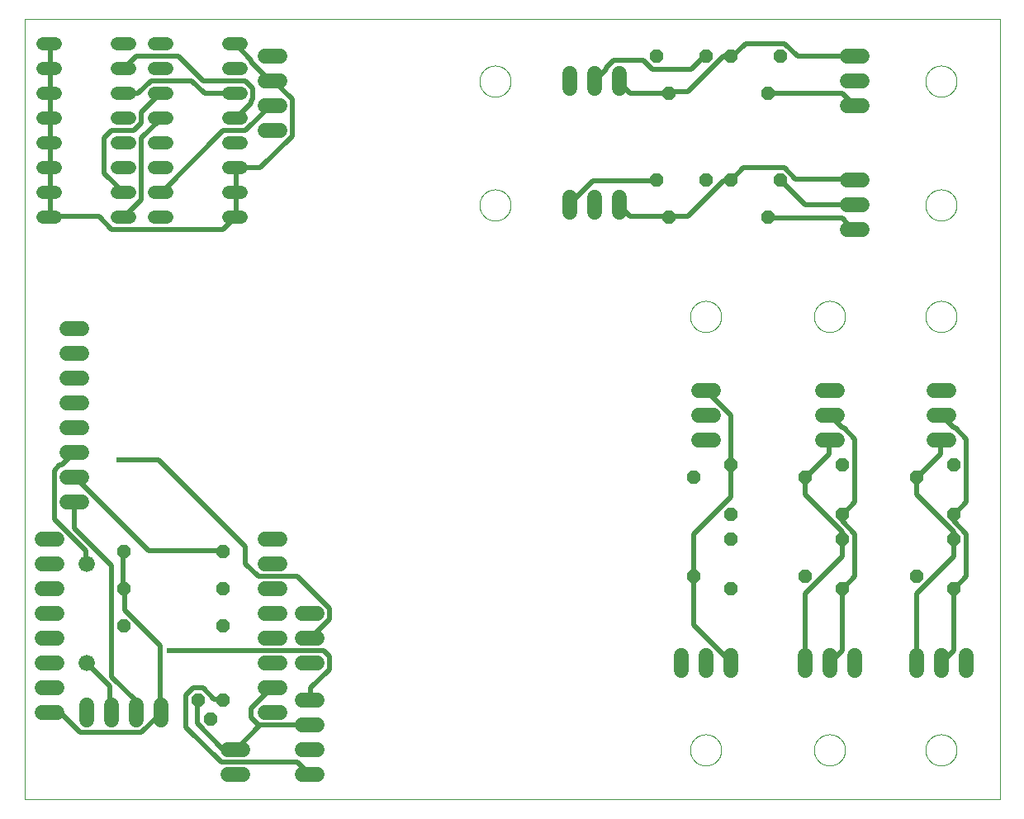
<source format=gtl>
G75*
%MOIN*%
%OFA0B0*%
%FSLAX25Y25*%
%IPPOS*%
%LPD*%
%AMOC8*
5,1,8,0,0,1.08239X$1,22.5*
%
%ADD10C,0.00000*%
%ADD11C,0.06000*%
%ADD12C,0.06600*%
%ADD13OC8,0.05200*%
%ADD14C,0.05200*%
%ADD15C,0.02000*%
%ADD16C,0.02381*%
D10*
X0002600Y0002600D02*
X0002600Y0317561D01*
X0396301Y0317561D01*
X0396301Y0002600D01*
X0002600Y0002600D01*
X0271301Y0022600D02*
X0271303Y0022758D01*
X0271309Y0022916D01*
X0271319Y0023074D01*
X0271333Y0023232D01*
X0271351Y0023389D01*
X0271372Y0023546D01*
X0271398Y0023702D01*
X0271428Y0023858D01*
X0271461Y0024013D01*
X0271499Y0024166D01*
X0271540Y0024319D01*
X0271585Y0024471D01*
X0271634Y0024622D01*
X0271687Y0024771D01*
X0271743Y0024919D01*
X0271803Y0025065D01*
X0271867Y0025210D01*
X0271935Y0025353D01*
X0272006Y0025495D01*
X0272080Y0025635D01*
X0272158Y0025772D01*
X0272240Y0025908D01*
X0272324Y0026042D01*
X0272413Y0026173D01*
X0272504Y0026302D01*
X0272599Y0026429D01*
X0272696Y0026554D01*
X0272797Y0026676D01*
X0272901Y0026795D01*
X0273008Y0026912D01*
X0273118Y0027026D01*
X0273231Y0027137D01*
X0273346Y0027246D01*
X0273464Y0027351D01*
X0273585Y0027453D01*
X0273708Y0027553D01*
X0273834Y0027649D01*
X0273962Y0027742D01*
X0274092Y0027832D01*
X0274225Y0027918D01*
X0274360Y0028002D01*
X0274496Y0028081D01*
X0274635Y0028158D01*
X0274776Y0028230D01*
X0274918Y0028300D01*
X0275062Y0028365D01*
X0275208Y0028427D01*
X0275355Y0028485D01*
X0275504Y0028540D01*
X0275654Y0028591D01*
X0275805Y0028638D01*
X0275957Y0028681D01*
X0276110Y0028720D01*
X0276265Y0028756D01*
X0276420Y0028787D01*
X0276576Y0028815D01*
X0276732Y0028839D01*
X0276889Y0028859D01*
X0277047Y0028875D01*
X0277204Y0028887D01*
X0277363Y0028895D01*
X0277521Y0028899D01*
X0277679Y0028899D01*
X0277837Y0028895D01*
X0277996Y0028887D01*
X0278153Y0028875D01*
X0278311Y0028859D01*
X0278468Y0028839D01*
X0278624Y0028815D01*
X0278780Y0028787D01*
X0278935Y0028756D01*
X0279090Y0028720D01*
X0279243Y0028681D01*
X0279395Y0028638D01*
X0279546Y0028591D01*
X0279696Y0028540D01*
X0279845Y0028485D01*
X0279992Y0028427D01*
X0280138Y0028365D01*
X0280282Y0028300D01*
X0280424Y0028230D01*
X0280565Y0028158D01*
X0280704Y0028081D01*
X0280840Y0028002D01*
X0280975Y0027918D01*
X0281108Y0027832D01*
X0281238Y0027742D01*
X0281366Y0027649D01*
X0281492Y0027553D01*
X0281615Y0027453D01*
X0281736Y0027351D01*
X0281854Y0027246D01*
X0281969Y0027137D01*
X0282082Y0027026D01*
X0282192Y0026912D01*
X0282299Y0026795D01*
X0282403Y0026676D01*
X0282504Y0026554D01*
X0282601Y0026429D01*
X0282696Y0026302D01*
X0282787Y0026173D01*
X0282876Y0026042D01*
X0282960Y0025908D01*
X0283042Y0025772D01*
X0283120Y0025635D01*
X0283194Y0025495D01*
X0283265Y0025353D01*
X0283333Y0025210D01*
X0283397Y0025065D01*
X0283457Y0024919D01*
X0283513Y0024771D01*
X0283566Y0024622D01*
X0283615Y0024471D01*
X0283660Y0024319D01*
X0283701Y0024166D01*
X0283739Y0024013D01*
X0283772Y0023858D01*
X0283802Y0023702D01*
X0283828Y0023546D01*
X0283849Y0023389D01*
X0283867Y0023232D01*
X0283881Y0023074D01*
X0283891Y0022916D01*
X0283897Y0022758D01*
X0283899Y0022600D01*
X0283897Y0022442D01*
X0283891Y0022284D01*
X0283881Y0022126D01*
X0283867Y0021968D01*
X0283849Y0021811D01*
X0283828Y0021654D01*
X0283802Y0021498D01*
X0283772Y0021342D01*
X0283739Y0021187D01*
X0283701Y0021034D01*
X0283660Y0020881D01*
X0283615Y0020729D01*
X0283566Y0020578D01*
X0283513Y0020429D01*
X0283457Y0020281D01*
X0283397Y0020135D01*
X0283333Y0019990D01*
X0283265Y0019847D01*
X0283194Y0019705D01*
X0283120Y0019565D01*
X0283042Y0019428D01*
X0282960Y0019292D01*
X0282876Y0019158D01*
X0282787Y0019027D01*
X0282696Y0018898D01*
X0282601Y0018771D01*
X0282504Y0018646D01*
X0282403Y0018524D01*
X0282299Y0018405D01*
X0282192Y0018288D01*
X0282082Y0018174D01*
X0281969Y0018063D01*
X0281854Y0017954D01*
X0281736Y0017849D01*
X0281615Y0017747D01*
X0281492Y0017647D01*
X0281366Y0017551D01*
X0281238Y0017458D01*
X0281108Y0017368D01*
X0280975Y0017282D01*
X0280840Y0017198D01*
X0280704Y0017119D01*
X0280565Y0017042D01*
X0280424Y0016970D01*
X0280282Y0016900D01*
X0280138Y0016835D01*
X0279992Y0016773D01*
X0279845Y0016715D01*
X0279696Y0016660D01*
X0279546Y0016609D01*
X0279395Y0016562D01*
X0279243Y0016519D01*
X0279090Y0016480D01*
X0278935Y0016444D01*
X0278780Y0016413D01*
X0278624Y0016385D01*
X0278468Y0016361D01*
X0278311Y0016341D01*
X0278153Y0016325D01*
X0277996Y0016313D01*
X0277837Y0016305D01*
X0277679Y0016301D01*
X0277521Y0016301D01*
X0277363Y0016305D01*
X0277204Y0016313D01*
X0277047Y0016325D01*
X0276889Y0016341D01*
X0276732Y0016361D01*
X0276576Y0016385D01*
X0276420Y0016413D01*
X0276265Y0016444D01*
X0276110Y0016480D01*
X0275957Y0016519D01*
X0275805Y0016562D01*
X0275654Y0016609D01*
X0275504Y0016660D01*
X0275355Y0016715D01*
X0275208Y0016773D01*
X0275062Y0016835D01*
X0274918Y0016900D01*
X0274776Y0016970D01*
X0274635Y0017042D01*
X0274496Y0017119D01*
X0274360Y0017198D01*
X0274225Y0017282D01*
X0274092Y0017368D01*
X0273962Y0017458D01*
X0273834Y0017551D01*
X0273708Y0017647D01*
X0273585Y0017747D01*
X0273464Y0017849D01*
X0273346Y0017954D01*
X0273231Y0018063D01*
X0273118Y0018174D01*
X0273008Y0018288D01*
X0272901Y0018405D01*
X0272797Y0018524D01*
X0272696Y0018646D01*
X0272599Y0018771D01*
X0272504Y0018898D01*
X0272413Y0019027D01*
X0272324Y0019158D01*
X0272240Y0019292D01*
X0272158Y0019428D01*
X0272080Y0019565D01*
X0272006Y0019705D01*
X0271935Y0019847D01*
X0271867Y0019990D01*
X0271803Y0020135D01*
X0271743Y0020281D01*
X0271687Y0020429D01*
X0271634Y0020578D01*
X0271585Y0020729D01*
X0271540Y0020881D01*
X0271499Y0021034D01*
X0271461Y0021187D01*
X0271428Y0021342D01*
X0271398Y0021498D01*
X0271372Y0021654D01*
X0271351Y0021811D01*
X0271333Y0021968D01*
X0271319Y0022126D01*
X0271309Y0022284D01*
X0271303Y0022442D01*
X0271301Y0022600D01*
X0321301Y0022600D02*
X0321303Y0022758D01*
X0321309Y0022916D01*
X0321319Y0023074D01*
X0321333Y0023232D01*
X0321351Y0023389D01*
X0321372Y0023546D01*
X0321398Y0023702D01*
X0321428Y0023858D01*
X0321461Y0024013D01*
X0321499Y0024166D01*
X0321540Y0024319D01*
X0321585Y0024471D01*
X0321634Y0024622D01*
X0321687Y0024771D01*
X0321743Y0024919D01*
X0321803Y0025065D01*
X0321867Y0025210D01*
X0321935Y0025353D01*
X0322006Y0025495D01*
X0322080Y0025635D01*
X0322158Y0025772D01*
X0322240Y0025908D01*
X0322324Y0026042D01*
X0322413Y0026173D01*
X0322504Y0026302D01*
X0322599Y0026429D01*
X0322696Y0026554D01*
X0322797Y0026676D01*
X0322901Y0026795D01*
X0323008Y0026912D01*
X0323118Y0027026D01*
X0323231Y0027137D01*
X0323346Y0027246D01*
X0323464Y0027351D01*
X0323585Y0027453D01*
X0323708Y0027553D01*
X0323834Y0027649D01*
X0323962Y0027742D01*
X0324092Y0027832D01*
X0324225Y0027918D01*
X0324360Y0028002D01*
X0324496Y0028081D01*
X0324635Y0028158D01*
X0324776Y0028230D01*
X0324918Y0028300D01*
X0325062Y0028365D01*
X0325208Y0028427D01*
X0325355Y0028485D01*
X0325504Y0028540D01*
X0325654Y0028591D01*
X0325805Y0028638D01*
X0325957Y0028681D01*
X0326110Y0028720D01*
X0326265Y0028756D01*
X0326420Y0028787D01*
X0326576Y0028815D01*
X0326732Y0028839D01*
X0326889Y0028859D01*
X0327047Y0028875D01*
X0327204Y0028887D01*
X0327363Y0028895D01*
X0327521Y0028899D01*
X0327679Y0028899D01*
X0327837Y0028895D01*
X0327996Y0028887D01*
X0328153Y0028875D01*
X0328311Y0028859D01*
X0328468Y0028839D01*
X0328624Y0028815D01*
X0328780Y0028787D01*
X0328935Y0028756D01*
X0329090Y0028720D01*
X0329243Y0028681D01*
X0329395Y0028638D01*
X0329546Y0028591D01*
X0329696Y0028540D01*
X0329845Y0028485D01*
X0329992Y0028427D01*
X0330138Y0028365D01*
X0330282Y0028300D01*
X0330424Y0028230D01*
X0330565Y0028158D01*
X0330704Y0028081D01*
X0330840Y0028002D01*
X0330975Y0027918D01*
X0331108Y0027832D01*
X0331238Y0027742D01*
X0331366Y0027649D01*
X0331492Y0027553D01*
X0331615Y0027453D01*
X0331736Y0027351D01*
X0331854Y0027246D01*
X0331969Y0027137D01*
X0332082Y0027026D01*
X0332192Y0026912D01*
X0332299Y0026795D01*
X0332403Y0026676D01*
X0332504Y0026554D01*
X0332601Y0026429D01*
X0332696Y0026302D01*
X0332787Y0026173D01*
X0332876Y0026042D01*
X0332960Y0025908D01*
X0333042Y0025772D01*
X0333120Y0025635D01*
X0333194Y0025495D01*
X0333265Y0025353D01*
X0333333Y0025210D01*
X0333397Y0025065D01*
X0333457Y0024919D01*
X0333513Y0024771D01*
X0333566Y0024622D01*
X0333615Y0024471D01*
X0333660Y0024319D01*
X0333701Y0024166D01*
X0333739Y0024013D01*
X0333772Y0023858D01*
X0333802Y0023702D01*
X0333828Y0023546D01*
X0333849Y0023389D01*
X0333867Y0023232D01*
X0333881Y0023074D01*
X0333891Y0022916D01*
X0333897Y0022758D01*
X0333899Y0022600D01*
X0333897Y0022442D01*
X0333891Y0022284D01*
X0333881Y0022126D01*
X0333867Y0021968D01*
X0333849Y0021811D01*
X0333828Y0021654D01*
X0333802Y0021498D01*
X0333772Y0021342D01*
X0333739Y0021187D01*
X0333701Y0021034D01*
X0333660Y0020881D01*
X0333615Y0020729D01*
X0333566Y0020578D01*
X0333513Y0020429D01*
X0333457Y0020281D01*
X0333397Y0020135D01*
X0333333Y0019990D01*
X0333265Y0019847D01*
X0333194Y0019705D01*
X0333120Y0019565D01*
X0333042Y0019428D01*
X0332960Y0019292D01*
X0332876Y0019158D01*
X0332787Y0019027D01*
X0332696Y0018898D01*
X0332601Y0018771D01*
X0332504Y0018646D01*
X0332403Y0018524D01*
X0332299Y0018405D01*
X0332192Y0018288D01*
X0332082Y0018174D01*
X0331969Y0018063D01*
X0331854Y0017954D01*
X0331736Y0017849D01*
X0331615Y0017747D01*
X0331492Y0017647D01*
X0331366Y0017551D01*
X0331238Y0017458D01*
X0331108Y0017368D01*
X0330975Y0017282D01*
X0330840Y0017198D01*
X0330704Y0017119D01*
X0330565Y0017042D01*
X0330424Y0016970D01*
X0330282Y0016900D01*
X0330138Y0016835D01*
X0329992Y0016773D01*
X0329845Y0016715D01*
X0329696Y0016660D01*
X0329546Y0016609D01*
X0329395Y0016562D01*
X0329243Y0016519D01*
X0329090Y0016480D01*
X0328935Y0016444D01*
X0328780Y0016413D01*
X0328624Y0016385D01*
X0328468Y0016361D01*
X0328311Y0016341D01*
X0328153Y0016325D01*
X0327996Y0016313D01*
X0327837Y0016305D01*
X0327679Y0016301D01*
X0327521Y0016301D01*
X0327363Y0016305D01*
X0327204Y0016313D01*
X0327047Y0016325D01*
X0326889Y0016341D01*
X0326732Y0016361D01*
X0326576Y0016385D01*
X0326420Y0016413D01*
X0326265Y0016444D01*
X0326110Y0016480D01*
X0325957Y0016519D01*
X0325805Y0016562D01*
X0325654Y0016609D01*
X0325504Y0016660D01*
X0325355Y0016715D01*
X0325208Y0016773D01*
X0325062Y0016835D01*
X0324918Y0016900D01*
X0324776Y0016970D01*
X0324635Y0017042D01*
X0324496Y0017119D01*
X0324360Y0017198D01*
X0324225Y0017282D01*
X0324092Y0017368D01*
X0323962Y0017458D01*
X0323834Y0017551D01*
X0323708Y0017647D01*
X0323585Y0017747D01*
X0323464Y0017849D01*
X0323346Y0017954D01*
X0323231Y0018063D01*
X0323118Y0018174D01*
X0323008Y0018288D01*
X0322901Y0018405D01*
X0322797Y0018524D01*
X0322696Y0018646D01*
X0322599Y0018771D01*
X0322504Y0018898D01*
X0322413Y0019027D01*
X0322324Y0019158D01*
X0322240Y0019292D01*
X0322158Y0019428D01*
X0322080Y0019565D01*
X0322006Y0019705D01*
X0321935Y0019847D01*
X0321867Y0019990D01*
X0321803Y0020135D01*
X0321743Y0020281D01*
X0321687Y0020429D01*
X0321634Y0020578D01*
X0321585Y0020729D01*
X0321540Y0020881D01*
X0321499Y0021034D01*
X0321461Y0021187D01*
X0321428Y0021342D01*
X0321398Y0021498D01*
X0321372Y0021654D01*
X0321351Y0021811D01*
X0321333Y0021968D01*
X0321319Y0022126D01*
X0321309Y0022284D01*
X0321303Y0022442D01*
X0321301Y0022600D01*
X0366301Y0022600D02*
X0366303Y0022758D01*
X0366309Y0022916D01*
X0366319Y0023074D01*
X0366333Y0023232D01*
X0366351Y0023389D01*
X0366372Y0023546D01*
X0366398Y0023702D01*
X0366428Y0023858D01*
X0366461Y0024013D01*
X0366499Y0024166D01*
X0366540Y0024319D01*
X0366585Y0024471D01*
X0366634Y0024622D01*
X0366687Y0024771D01*
X0366743Y0024919D01*
X0366803Y0025065D01*
X0366867Y0025210D01*
X0366935Y0025353D01*
X0367006Y0025495D01*
X0367080Y0025635D01*
X0367158Y0025772D01*
X0367240Y0025908D01*
X0367324Y0026042D01*
X0367413Y0026173D01*
X0367504Y0026302D01*
X0367599Y0026429D01*
X0367696Y0026554D01*
X0367797Y0026676D01*
X0367901Y0026795D01*
X0368008Y0026912D01*
X0368118Y0027026D01*
X0368231Y0027137D01*
X0368346Y0027246D01*
X0368464Y0027351D01*
X0368585Y0027453D01*
X0368708Y0027553D01*
X0368834Y0027649D01*
X0368962Y0027742D01*
X0369092Y0027832D01*
X0369225Y0027918D01*
X0369360Y0028002D01*
X0369496Y0028081D01*
X0369635Y0028158D01*
X0369776Y0028230D01*
X0369918Y0028300D01*
X0370062Y0028365D01*
X0370208Y0028427D01*
X0370355Y0028485D01*
X0370504Y0028540D01*
X0370654Y0028591D01*
X0370805Y0028638D01*
X0370957Y0028681D01*
X0371110Y0028720D01*
X0371265Y0028756D01*
X0371420Y0028787D01*
X0371576Y0028815D01*
X0371732Y0028839D01*
X0371889Y0028859D01*
X0372047Y0028875D01*
X0372204Y0028887D01*
X0372363Y0028895D01*
X0372521Y0028899D01*
X0372679Y0028899D01*
X0372837Y0028895D01*
X0372996Y0028887D01*
X0373153Y0028875D01*
X0373311Y0028859D01*
X0373468Y0028839D01*
X0373624Y0028815D01*
X0373780Y0028787D01*
X0373935Y0028756D01*
X0374090Y0028720D01*
X0374243Y0028681D01*
X0374395Y0028638D01*
X0374546Y0028591D01*
X0374696Y0028540D01*
X0374845Y0028485D01*
X0374992Y0028427D01*
X0375138Y0028365D01*
X0375282Y0028300D01*
X0375424Y0028230D01*
X0375565Y0028158D01*
X0375704Y0028081D01*
X0375840Y0028002D01*
X0375975Y0027918D01*
X0376108Y0027832D01*
X0376238Y0027742D01*
X0376366Y0027649D01*
X0376492Y0027553D01*
X0376615Y0027453D01*
X0376736Y0027351D01*
X0376854Y0027246D01*
X0376969Y0027137D01*
X0377082Y0027026D01*
X0377192Y0026912D01*
X0377299Y0026795D01*
X0377403Y0026676D01*
X0377504Y0026554D01*
X0377601Y0026429D01*
X0377696Y0026302D01*
X0377787Y0026173D01*
X0377876Y0026042D01*
X0377960Y0025908D01*
X0378042Y0025772D01*
X0378120Y0025635D01*
X0378194Y0025495D01*
X0378265Y0025353D01*
X0378333Y0025210D01*
X0378397Y0025065D01*
X0378457Y0024919D01*
X0378513Y0024771D01*
X0378566Y0024622D01*
X0378615Y0024471D01*
X0378660Y0024319D01*
X0378701Y0024166D01*
X0378739Y0024013D01*
X0378772Y0023858D01*
X0378802Y0023702D01*
X0378828Y0023546D01*
X0378849Y0023389D01*
X0378867Y0023232D01*
X0378881Y0023074D01*
X0378891Y0022916D01*
X0378897Y0022758D01*
X0378899Y0022600D01*
X0378897Y0022442D01*
X0378891Y0022284D01*
X0378881Y0022126D01*
X0378867Y0021968D01*
X0378849Y0021811D01*
X0378828Y0021654D01*
X0378802Y0021498D01*
X0378772Y0021342D01*
X0378739Y0021187D01*
X0378701Y0021034D01*
X0378660Y0020881D01*
X0378615Y0020729D01*
X0378566Y0020578D01*
X0378513Y0020429D01*
X0378457Y0020281D01*
X0378397Y0020135D01*
X0378333Y0019990D01*
X0378265Y0019847D01*
X0378194Y0019705D01*
X0378120Y0019565D01*
X0378042Y0019428D01*
X0377960Y0019292D01*
X0377876Y0019158D01*
X0377787Y0019027D01*
X0377696Y0018898D01*
X0377601Y0018771D01*
X0377504Y0018646D01*
X0377403Y0018524D01*
X0377299Y0018405D01*
X0377192Y0018288D01*
X0377082Y0018174D01*
X0376969Y0018063D01*
X0376854Y0017954D01*
X0376736Y0017849D01*
X0376615Y0017747D01*
X0376492Y0017647D01*
X0376366Y0017551D01*
X0376238Y0017458D01*
X0376108Y0017368D01*
X0375975Y0017282D01*
X0375840Y0017198D01*
X0375704Y0017119D01*
X0375565Y0017042D01*
X0375424Y0016970D01*
X0375282Y0016900D01*
X0375138Y0016835D01*
X0374992Y0016773D01*
X0374845Y0016715D01*
X0374696Y0016660D01*
X0374546Y0016609D01*
X0374395Y0016562D01*
X0374243Y0016519D01*
X0374090Y0016480D01*
X0373935Y0016444D01*
X0373780Y0016413D01*
X0373624Y0016385D01*
X0373468Y0016361D01*
X0373311Y0016341D01*
X0373153Y0016325D01*
X0372996Y0016313D01*
X0372837Y0016305D01*
X0372679Y0016301D01*
X0372521Y0016301D01*
X0372363Y0016305D01*
X0372204Y0016313D01*
X0372047Y0016325D01*
X0371889Y0016341D01*
X0371732Y0016361D01*
X0371576Y0016385D01*
X0371420Y0016413D01*
X0371265Y0016444D01*
X0371110Y0016480D01*
X0370957Y0016519D01*
X0370805Y0016562D01*
X0370654Y0016609D01*
X0370504Y0016660D01*
X0370355Y0016715D01*
X0370208Y0016773D01*
X0370062Y0016835D01*
X0369918Y0016900D01*
X0369776Y0016970D01*
X0369635Y0017042D01*
X0369496Y0017119D01*
X0369360Y0017198D01*
X0369225Y0017282D01*
X0369092Y0017368D01*
X0368962Y0017458D01*
X0368834Y0017551D01*
X0368708Y0017647D01*
X0368585Y0017747D01*
X0368464Y0017849D01*
X0368346Y0017954D01*
X0368231Y0018063D01*
X0368118Y0018174D01*
X0368008Y0018288D01*
X0367901Y0018405D01*
X0367797Y0018524D01*
X0367696Y0018646D01*
X0367599Y0018771D01*
X0367504Y0018898D01*
X0367413Y0019027D01*
X0367324Y0019158D01*
X0367240Y0019292D01*
X0367158Y0019428D01*
X0367080Y0019565D01*
X0367006Y0019705D01*
X0366935Y0019847D01*
X0366867Y0019990D01*
X0366803Y0020135D01*
X0366743Y0020281D01*
X0366687Y0020429D01*
X0366634Y0020578D01*
X0366585Y0020729D01*
X0366540Y0020881D01*
X0366499Y0021034D01*
X0366461Y0021187D01*
X0366428Y0021342D01*
X0366398Y0021498D01*
X0366372Y0021654D01*
X0366351Y0021811D01*
X0366333Y0021968D01*
X0366319Y0022126D01*
X0366309Y0022284D01*
X0366303Y0022442D01*
X0366301Y0022600D01*
X0366301Y0197600D02*
X0366303Y0197758D01*
X0366309Y0197916D01*
X0366319Y0198074D01*
X0366333Y0198232D01*
X0366351Y0198389D01*
X0366372Y0198546D01*
X0366398Y0198702D01*
X0366428Y0198858D01*
X0366461Y0199013D01*
X0366499Y0199166D01*
X0366540Y0199319D01*
X0366585Y0199471D01*
X0366634Y0199622D01*
X0366687Y0199771D01*
X0366743Y0199919D01*
X0366803Y0200065D01*
X0366867Y0200210D01*
X0366935Y0200353D01*
X0367006Y0200495D01*
X0367080Y0200635D01*
X0367158Y0200772D01*
X0367240Y0200908D01*
X0367324Y0201042D01*
X0367413Y0201173D01*
X0367504Y0201302D01*
X0367599Y0201429D01*
X0367696Y0201554D01*
X0367797Y0201676D01*
X0367901Y0201795D01*
X0368008Y0201912D01*
X0368118Y0202026D01*
X0368231Y0202137D01*
X0368346Y0202246D01*
X0368464Y0202351D01*
X0368585Y0202453D01*
X0368708Y0202553D01*
X0368834Y0202649D01*
X0368962Y0202742D01*
X0369092Y0202832D01*
X0369225Y0202918D01*
X0369360Y0203002D01*
X0369496Y0203081D01*
X0369635Y0203158D01*
X0369776Y0203230D01*
X0369918Y0203300D01*
X0370062Y0203365D01*
X0370208Y0203427D01*
X0370355Y0203485D01*
X0370504Y0203540D01*
X0370654Y0203591D01*
X0370805Y0203638D01*
X0370957Y0203681D01*
X0371110Y0203720D01*
X0371265Y0203756D01*
X0371420Y0203787D01*
X0371576Y0203815D01*
X0371732Y0203839D01*
X0371889Y0203859D01*
X0372047Y0203875D01*
X0372204Y0203887D01*
X0372363Y0203895D01*
X0372521Y0203899D01*
X0372679Y0203899D01*
X0372837Y0203895D01*
X0372996Y0203887D01*
X0373153Y0203875D01*
X0373311Y0203859D01*
X0373468Y0203839D01*
X0373624Y0203815D01*
X0373780Y0203787D01*
X0373935Y0203756D01*
X0374090Y0203720D01*
X0374243Y0203681D01*
X0374395Y0203638D01*
X0374546Y0203591D01*
X0374696Y0203540D01*
X0374845Y0203485D01*
X0374992Y0203427D01*
X0375138Y0203365D01*
X0375282Y0203300D01*
X0375424Y0203230D01*
X0375565Y0203158D01*
X0375704Y0203081D01*
X0375840Y0203002D01*
X0375975Y0202918D01*
X0376108Y0202832D01*
X0376238Y0202742D01*
X0376366Y0202649D01*
X0376492Y0202553D01*
X0376615Y0202453D01*
X0376736Y0202351D01*
X0376854Y0202246D01*
X0376969Y0202137D01*
X0377082Y0202026D01*
X0377192Y0201912D01*
X0377299Y0201795D01*
X0377403Y0201676D01*
X0377504Y0201554D01*
X0377601Y0201429D01*
X0377696Y0201302D01*
X0377787Y0201173D01*
X0377876Y0201042D01*
X0377960Y0200908D01*
X0378042Y0200772D01*
X0378120Y0200635D01*
X0378194Y0200495D01*
X0378265Y0200353D01*
X0378333Y0200210D01*
X0378397Y0200065D01*
X0378457Y0199919D01*
X0378513Y0199771D01*
X0378566Y0199622D01*
X0378615Y0199471D01*
X0378660Y0199319D01*
X0378701Y0199166D01*
X0378739Y0199013D01*
X0378772Y0198858D01*
X0378802Y0198702D01*
X0378828Y0198546D01*
X0378849Y0198389D01*
X0378867Y0198232D01*
X0378881Y0198074D01*
X0378891Y0197916D01*
X0378897Y0197758D01*
X0378899Y0197600D01*
X0378897Y0197442D01*
X0378891Y0197284D01*
X0378881Y0197126D01*
X0378867Y0196968D01*
X0378849Y0196811D01*
X0378828Y0196654D01*
X0378802Y0196498D01*
X0378772Y0196342D01*
X0378739Y0196187D01*
X0378701Y0196034D01*
X0378660Y0195881D01*
X0378615Y0195729D01*
X0378566Y0195578D01*
X0378513Y0195429D01*
X0378457Y0195281D01*
X0378397Y0195135D01*
X0378333Y0194990D01*
X0378265Y0194847D01*
X0378194Y0194705D01*
X0378120Y0194565D01*
X0378042Y0194428D01*
X0377960Y0194292D01*
X0377876Y0194158D01*
X0377787Y0194027D01*
X0377696Y0193898D01*
X0377601Y0193771D01*
X0377504Y0193646D01*
X0377403Y0193524D01*
X0377299Y0193405D01*
X0377192Y0193288D01*
X0377082Y0193174D01*
X0376969Y0193063D01*
X0376854Y0192954D01*
X0376736Y0192849D01*
X0376615Y0192747D01*
X0376492Y0192647D01*
X0376366Y0192551D01*
X0376238Y0192458D01*
X0376108Y0192368D01*
X0375975Y0192282D01*
X0375840Y0192198D01*
X0375704Y0192119D01*
X0375565Y0192042D01*
X0375424Y0191970D01*
X0375282Y0191900D01*
X0375138Y0191835D01*
X0374992Y0191773D01*
X0374845Y0191715D01*
X0374696Y0191660D01*
X0374546Y0191609D01*
X0374395Y0191562D01*
X0374243Y0191519D01*
X0374090Y0191480D01*
X0373935Y0191444D01*
X0373780Y0191413D01*
X0373624Y0191385D01*
X0373468Y0191361D01*
X0373311Y0191341D01*
X0373153Y0191325D01*
X0372996Y0191313D01*
X0372837Y0191305D01*
X0372679Y0191301D01*
X0372521Y0191301D01*
X0372363Y0191305D01*
X0372204Y0191313D01*
X0372047Y0191325D01*
X0371889Y0191341D01*
X0371732Y0191361D01*
X0371576Y0191385D01*
X0371420Y0191413D01*
X0371265Y0191444D01*
X0371110Y0191480D01*
X0370957Y0191519D01*
X0370805Y0191562D01*
X0370654Y0191609D01*
X0370504Y0191660D01*
X0370355Y0191715D01*
X0370208Y0191773D01*
X0370062Y0191835D01*
X0369918Y0191900D01*
X0369776Y0191970D01*
X0369635Y0192042D01*
X0369496Y0192119D01*
X0369360Y0192198D01*
X0369225Y0192282D01*
X0369092Y0192368D01*
X0368962Y0192458D01*
X0368834Y0192551D01*
X0368708Y0192647D01*
X0368585Y0192747D01*
X0368464Y0192849D01*
X0368346Y0192954D01*
X0368231Y0193063D01*
X0368118Y0193174D01*
X0368008Y0193288D01*
X0367901Y0193405D01*
X0367797Y0193524D01*
X0367696Y0193646D01*
X0367599Y0193771D01*
X0367504Y0193898D01*
X0367413Y0194027D01*
X0367324Y0194158D01*
X0367240Y0194292D01*
X0367158Y0194428D01*
X0367080Y0194565D01*
X0367006Y0194705D01*
X0366935Y0194847D01*
X0366867Y0194990D01*
X0366803Y0195135D01*
X0366743Y0195281D01*
X0366687Y0195429D01*
X0366634Y0195578D01*
X0366585Y0195729D01*
X0366540Y0195881D01*
X0366499Y0196034D01*
X0366461Y0196187D01*
X0366428Y0196342D01*
X0366398Y0196498D01*
X0366372Y0196654D01*
X0366351Y0196811D01*
X0366333Y0196968D01*
X0366319Y0197126D01*
X0366309Y0197284D01*
X0366303Y0197442D01*
X0366301Y0197600D01*
X0321301Y0197600D02*
X0321303Y0197758D01*
X0321309Y0197916D01*
X0321319Y0198074D01*
X0321333Y0198232D01*
X0321351Y0198389D01*
X0321372Y0198546D01*
X0321398Y0198702D01*
X0321428Y0198858D01*
X0321461Y0199013D01*
X0321499Y0199166D01*
X0321540Y0199319D01*
X0321585Y0199471D01*
X0321634Y0199622D01*
X0321687Y0199771D01*
X0321743Y0199919D01*
X0321803Y0200065D01*
X0321867Y0200210D01*
X0321935Y0200353D01*
X0322006Y0200495D01*
X0322080Y0200635D01*
X0322158Y0200772D01*
X0322240Y0200908D01*
X0322324Y0201042D01*
X0322413Y0201173D01*
X0322504Y0201302D01*
X0322599Y0201429D01*
X0322696Y0201554D01*
X0322797Y0201676D01*
X0322901Y0201795D01*
X0323008Y0201912D01*
X0323118Y0202026D01*
X0323231Y0202137D01*
X0323346Y0202246D01*
X0323464Y0202351D01*
X0323585Y0202453D01*
X0323708Y0202553D01*
X0323834Y0202649D01*
X0323962Y0202742D01*
X0324092Y0202832D01*
X0324225Y0202918D01*
X0324360Y0203002D01*
X0324496Y0203081D01*
X0324635Y0203158D01*
X0324776Y0203230D01*
X0324918Y0203300D01*
X0325062Y0203365D01*
X0325208Y0203427D01*
X0325355Y0203485D01*
X0325504Y0203540D01*
X0325654Y0203591D01*
X0325805Y0203638D01*
X0325957Y0203681D01*
X0326110Y0203720D01*
X0326265Y0203756D01*
X0326420Y0203787D01*
X0326576Y0203815D01*
X0326732Y0203839D01*
X0326889Y0203859D01*
X0327047Y0203875D01*
X0327204Y0203887D01*
X0327363Y0203895D01*
X0327521Y0203899D01*
X0327679Y0203899D01*
X0327837Y0203895D01*
X0327996Y0203887D01*
X0328153Y0203875D01*
X0328311Y0203859D01*
X0328468Y0203839D01*
X0328624Y0203815D01*
X0328780Y0203787D01*
X0328935Y0203756D01*
X0329090Y0203720D01*
X0329243Y0203681D01*
X0329395Y0203638D01*
X0329546Y0203591D01*
X0329696Y0203540D01*
X0329845Y0203485D01*
X0329992Y0203427D01*
X0330138Y0203365D01*
X0330282Y0203300D01*
X0330424Y0203230D01*
X0330565Y0203158D01*
X0330704Y0203081D01*
X0330840Y0203002D01*
X0330975Y0202918D01*
X0331108Y0202832D01*
X0331238Y0202742D01*
X0331366Y0202649D01*
X0331492Y0202553D01*
X0331615Y0202453D01*
X0331736Y0202351D01*
X0331854Y0202246D01*
X0331969Y0202137D01*
X0332082Y0202026D01*
X0332192Y0201912D01*
X0332299Y0201795D01*
X0332403Y0201676D01*
X0332504Y0201554D01*
X0332601Y0201429D01*
X0332696Y0201302D01*
X0332787Y0201173D01*
X0332876Y0201042D01*
X0332960Y0200908D01*
X0333042Y0200772D01*
X0333120Y0200635D01*
X0333194Y0200495D01*
X0333265Y0200353D01*
X0333333Y0200210D01*
X0333397Y0200065D01*
X0333457Y0199919D01*
X0333513Y0199771D01*
X0333566Y0199622D01*
X0333615Y0199471D01*
X0333660Y0199319D01*
X0333701Y0199166D01*
X0333739Y0199013D01*
X0333772Y0198858D01*
X0333802Y0198702D01*
X0333828Y0198546D01*
X0333849Y0198389D01*
X0333867Y0198232D01*
X0333881Y0198074D01*
X0333891Y0197916D01*
X0333897Y0197758D01*
X0333899Y0197600D01*
X0333897Y0197442D01*
X0333891Y0197284D01*
X0333881Y0197126D01*
X0333867Y0196968D01*
X0333849Y0196811D01*
X0333828Y0196654D01*
X0333802Y0196498D01*
X0333772Y0196342D01*
X0333739Y0196187D01*
X0333701Y0196034D01*
X0333660Y0195881D01*
X0333615Y0195729D01*
X0333566Y0195578D01*
X0333513Y0195429D01*
X0333457Y0195281D01*
X0333397Y0195135D01*
X0333333Y0194990D01*
X0333265Y0194847D01*
X0333194Y0194705D01*
X0333120Y0194565D01*
X0333042Y0194428D01*
X0332960Y0194292D01*
X0332876Y0194158D01*
X0332787Y0194027D01*
X0332696Y0193898D01*
X0332601Y0193771D01*
X0332504Y0193646D01*
X0332403Y0193524D01*
X0332299Y0193405D01*
X0332192Y0193288D01*
X0332082Y0193174D01*
X0331969Y0193063D01*
X0331854Y0192954D01*
X0331736Y0192849D01*
X0331615Y0192747D01*
X0331492Y0192647D01*
X0331366Y0192551D01*
X0331238Y0192458D01*
X0331108Y0192368D01*
X0330975Y0192282D01*
X0330840Y0192198D01*
X0330704Y0192119D01*
X0330565Y0192042D01*
X0330424Y0191970D01*
X0330282Y0191900D01*
X0330138Y0191835D01*
X0329992Y0191773D01*
X0329845Y0191715D01*
X0329696Y0191660D01*
X0329546Y0191609D01*
X0329395Y0191562D01*
X0329243Y0191519D01*
X0329090Y0191480D01*
X0328935Y0191444D01*
X0328780Y0191413D01*
X0328624Y0191385D01*
X0328468Y0191361D01*
X0328311Y0191341D01*
X0328153Y0191325D01*
X0327996Y0191313D01*
X0327837Y0191305D01*
X0327679Y0191301D01*
X0327521Y0191301D01*
X0327363Y0191305D01*
X0327204Y0191313D01*
X0327047Y0191325D01*
X0326889Y0191341D01*
X0326732Y0191361D01*
X0326576Y0191385D01*
X0326420Y0191413D01*
X0326265Y0191444D01*
X0326110Y0191480D01*
X0325957Y0191519D01*
X0325805Y0191562D01*
X0325654Y0191609D01*
X0325504Y0191660D01*
X0325355Y0191715D01*
X0325208Y0191773D01*
X0325062Y0191835D01*
X0324918Y0191900D01*
X0324776Y0191970D01*
X0324635Y0192042D01*
X0324496Y0192119D01*
X0324360Y0192198D01*
X0324225Y0192282D01*
X0324092Y0192368D01*
X0323962Y0192458D01*
X0323834Y0192551D01*
X0323708Y0192647D01*
X0323585Y0192747D01*
X0323464Y0192849D01*
X0323346Y0192954D01*
X0323231Y0193063D01*
X0323118Y0193174D01*
X0323008Y0193288D01*
X0322901Y0193405D01*
X0322797Y0193524D01*
X0322696Y0193646D01*
X0322599Y0193771D01*
X0322504Y0193898D01*
X0322413Y0194027D01*
X0322324Y0194158D01*
X0322240Y0194292D01*
X0322158Y0194428D01*
X0322080Y0194565D01*
X0322006Y0194705D01*
X0321935Y0194847D01*
X0321867Y0194990D01*
X0321803Y0195135D01*
X0321743Y0195281D01*
X0321687Y0195429D01*
X0321634Y0195578D01*
X0321585Y0195729D01*
X0321540Y0195881D01*
X0321499Y0196034D01*
X0321461Y0196187D01*
X0321428Y0196342D01*
X0321398Y0196498D01*
X0321372Y0196654D01*
X0321351Y0196811D01*
X0321333Y0196968D01*
X0321319Y0197126D01*
X0321309Y0197284D01*
X0321303Y0197442D01*
X0321301Y0197600D01*
X0271301Y0197600D02*
X0271303Y0197758D01*
X0271309Y0197916D01*
X0271319Y0198074D01*
X0271333Y0198232D01*
X0271351Y0198389D01*
X0271372Y0198546D01*
X0271398Y0198702D01*
X0271428Y0198858D01*
X0271461Y0199013D01*
X0271499Y0199166D01*
X0271540Y0199319D01*
X0271585Y0199471D01*
X0271634Y0199622D01*
X0271687Y0199771D01*
X0271743Y0199919D01*
X0271803Y0200065D01*
X0271867Y0200210D01*
X0271935Y0200353D01*
X0272006Y0200495D01*
X0272080Y0200635D01*
X0272158Y0200772D01*
X0272240Y0200908D01*
X0272324Y0201042D01*
X0272413Y0201173D01*
X0272504Y0201302D01*
X0272599Y0201429D01*
X0272696Y0201554D01*
X0272797Y0201676D01*
X0272901Y0201795D01*
X0273008Y0201912D01*
X0273118Y0202026D01*
X0273231Y0202137D01*
X0273346Y0202246D01*
X0273464Y0202351D01*
X0273585Y0202453D01*
X0273708Y0202553D01*
X0273834Y0202649D01*
X0273962Y0202742D01*
X0274092Y0202832D01*
X0274225Y0202918D01*
X0274360Y0203002D01*
X0274496Y0203081D01*
X0274635Y0203158D01*
X0274776Y0203230D01*
X0274918Y0203300D01*
X0275062Y0203365D01*
X0275208Y0203427D01*
X0275355Y0203485D01*
X0275504Y0203540D01*
X0275654Y0203591D01*
X0275805Y0203638D01*
X0275957Y0203681D01*
X0276110Y0203720D01*
X0276265Y0203756D01*
X0276420Y0203787D01*
X0276576Y0203815D01*
X0276732Y0203839D01*
X0276889Y0203859D01*
X0277047Y0203875D01*
X0277204Y0203887D01*
X0277363Y0203895D01*
X0277521Y0203899D01*
X0277679Y0203899D01*
X0277837Y0203895D01*
X0277996Y0203887D01*
X0278153Y0203875D01*
X0278311Y0203859D01*
X0278468Y0203839D01*
X0278624Y0203815D01*
X0278780Y0203787D01*
X0278935Y0203756D01*
X0279090Y0203720D01*
X0279243Y0203681D01*
X0279395Y0203638D01*
X0279546Y0203591D01*
X0279696Y0203540D01*
X0279845Y0203485D01*
X0279992Y0203427D01*
X0280138Y0203365D01*
X0280282Y0203300D01*
X0280424Y0203230D01*
X0280565Y0203158D01*
X0280704Y0203081D01*
X0280840Y0203002D01*
X0280975Y0202918D01*
X0281108Y0202832D01*
X0281238Y0202742D01*
X0281366Y0202649D01*
X0281492Y0202553D01*
X0281615Y0202453D01*
X0281736Y0202351D01*
X0281854Y0202246D01*
X0281969Y0202137D01*
X0282082Y0202026D01*
X0282192Y0201912D01*
X0282299Y0201795D01*
X0282403Y0201676D01*
X0282504Y0201554D01*
X0282601Y0201429D01*
X0282696Y0201302D01*
X0282787Y0201173D01*
X0282876Y0201042D01*
X0282960Y0200908D01*
X0283042Y0200772D01*
X0283120Y0200635D01*
X0283194Y0200495D01*
X0283265Y0200353D01*
X0283333Y0200210D01*
X0283397Y0200065D01*
X0283457Y0199919D01*
X0283513Y0199771D01*
X0283566Y0199622D01*
X0283615Y0199471D01*
X0283660Y0199319D01*
X0283701Y0199166D01*
X0283739Y0199013D01*
X0283772Y0198858D01*
X0283802Y0198702D01*
X0283828Y0198546D01*
X0283849Y0198389D01*
X0283867Y0198232D01*
X0283881Y0198074D01*
X0283891Y0197916D01*
X0283897Y0197758D01*
X0283899Y0197600D01*
X0283897Y0197442D01*
X0283891Y0197284D01*
X0283881Y0197126D01*
X0283867Y0196968D01*
X0283849Y0196811D01*
X0283828Y0196654D01*
X0283802Y0196498D01*
X0283772Y0196342D01*
X0283739Y0196187D01*
X0283701Y0196034D01*
X0283660Y0195881D01*
X0283615Y0195729D01*
X0283566Y0195578D01*
X0283513Y0195429D01*
X0283457Y0195281D01*
X0283397Y0195135D01*
X0283333Y0194990D01*
X0283265Y0194847D01*
X0283194Y0194705D01*
X0283120Y0194565D01*
X0283042Y0194428D01*
X0282960Y0194292D01*
X0282876Y0194158D01*
X0282787Y0194027D01*
X0282696Y0193898D01*
X0282601Y0193771D01*
X0282504Y0193646D01*
X0282403Y0193524D01*
X0282299Y0193405D01*
X0282192Y0193288D01*
X0282082Y0193174D01*
X0281969Y0193063D01*
X0281854Y0192954D01*
X0281736Y0192849D01*
X0281615Y0192747D01*
X0281492Y0192647D01*
X0281366Y0192551D01*
X0281238Y0192458D01*
X0281108Y0192368D01*
X0280975Y0192282D01*
X0280840Y0192198D01*
X0280704Y0192119D01*
X0280565Y0192042D01*
X0280424Y0191970D01*
X0280282Y0191900D01*
X0280138Y0191835D01*
X0279992Y0191773D01*
X0279845Y0191715D01*
X0279696Y0191660D01*
X0279546Y0191609D01*
X0279395Y0191562D01*
X0279243Y0191519D01*
X0279090Y0191480D01*
X0278935Y0191444D01*
X0278780Y0191413D01*
X0278624Y0191385D01*
X0278468Y0191361D01*
X0278311Y0191341D01*
X0278153Y0191325D01*
X0277996Y0191313D01*
X0277837Y0191305D01*
X0277679Y0191301D01*
X0277521Y0191301D01*
X0277363Y0191305D01*
X0277204Y0191313D01*
X0277047Y0191325D01*
X0276889Y0191341D01*
X0276732Y0191361D01*
X0276576Y0191385D01*
X0276420Y0191413D01*
X0276265Y0191444D01*
X0276110Y0191480D01*
X0275957Y0191519D01*
X0275805Y0191562D01*
X0275654Y0191609D01*
X0275504Y0191660D01*
X0275355Y0191715D01*
X0275208Y0191773D01*
X0275062Y0191835D01*
X0274918Y0191900D01*
X0274776Y0191970D01*
X0274635Y0192042D01*
X0274496Y0192119D01*
X0274360Y0192198D01*
X0274225Y0192282D01*
X0274092Y0192368D01*
X0273962Y0192458D01*
X0273834Y0192551D01*
X0273708Y0192647D01*
X0273585Y0192747D01*
X0273464Y0192849D01*
X0273346Y0192954D01*
X0273231Y0193063D01*
X0273118Y0193174D01*
X0273008Y0193288D01*
X0272901Y0193405D01*
X0272797Y0193524D01*
X0272696Y0193646D01*
X0272599Y0193771D01*
X0272504Y0193898D01*
X0272413Y0194027D01*
X0272324Y0194158D01*
X0272240Y0194292D01*
X0272158Y0194428D01*
X0272080Y0194565D01*
X0272006Y0194705D01*
X0271935Y0194847D01*
X0271867Y0194990D01*
X0271803Y0195135D01*
X0271743Y0195281D01*
X0271687Y0195429D01*
X0271634Y0195578D01*
X0271585Y0195729D01*
X0271540Y0195881D01*
X0271499Y0196034D01*
X0271461Y0196187D01*
X0271428Y0196342D01*
X0271398Y0196498D01*
X0271372Y0196654D01*
X0271351Y0196811D01*
X0271333Y0196968D01*
X0271319Y0197126D01*
X0271309Y0197284D01*
X0271303Y0197442D01*
X0271301Y0197600D01*
X0186301Y0242600D02*
X0186303Y0242758D01*
X0186309Y0242916D01*
X0186319Y0243074D01*
X0186333Y0243232D01*
X0186351Y0243389D01*
X0186372Y0243546D01*
X0186398Y0243702D01*
X0186428Y0243858D01*
X0186461Y0244013D01*
X0186499Y0244166D01*
X0186540Y0244319D01*
X0186585Y0244471D01*
X0186634Y0244622D01*
X0186687Y0244771D01*
X0186743Y0244919D01*
X0186803Y0245065D01*
X0186867Y0245210D01*
X0186935Y0245353D01*
X0187006Y0245495D01*
X0187080Y0245635D01*
X0187158Y0245772D01*
X0187240Y0245908D01*
X0187324Y0246042D01*
X0187413Y0246173D01*
X0187504Y0246302D01*
X0187599Y0246429D01*
X0187696Y0246554D01*
X0187797Y0246676D01*
X0187901Y0246795D01*
X0188008Y0246912D01*
X0188118Y0247026D01*
X0188231Y0247137D01*
X0188346Y0247246D01*
X0188464Y0247351D01*
X0188585Y0247453D01*
X0188708Y0247553D01*
X0188834Y0247649D01*
X0188962Y0247742D01*
X0189092Y0247832D01*
X0189225Y0247918D01*
X0189360Y0248002D01*
X0189496Y0248081D01*
X0189635Y0248158D01*
X0189776Y0248230D01*
X0189918Y0248300D01*
X0190062Y0248365D01*
X0190208Y0248427D01*
X0190355Y0248485D01*
X0190504Y0248540D01*
X0190654Y0248591D01*
X0190805Y0248638D01*
X0190957Y0248681D01*
X0191110Y0248720D01*
X0191265Y0248756D01*
X0191420Y0248787D01*
X0191576Y0248815D01*
X0191732Y0248839D01*
X0191889Y0248859D01*
X0192047Y0248875D01*
X0192204Y0248887D01*
X0192363Y0248895D01*
X0192521Y0248899D01*
X0192679Y0248899D01*
X0192837Y0248895D01*
X0192996Y0248887D01*
X0193153Y0248875D01*
X0193311Y0248859D01*
X0193468Y0248839D01*
X0193624Y0248815D01*
X0193780Y0248787D01*
X0193935Y0248756D01*
X0194090Y0248720D01*
X0194243Y0248681D01*
X0194395Y0248638D01*
X0194546Y0248591D01*
X0194696Y0248540D01*
X0194845Y0248485D01*
X0194992Y0248427D01*
X0195138Y0248365D01*
X0195282Y0248300D01*
X0195424Y0248230D01*
X0195565Y0248158D01*
X0195704Y0248081D01*
X0195840Y0248002D01*
X0195975Y0247918D01*
X0196108Y0247832D01*
X0196238Y0247742D01*
X0196366Y0247649D01*
X0196492Y0247553D01*
X0196615Y0247453D01*
X0196736Y0247351D01*
X0196854Y0247246D01*
X0196969Y0247137D01*
X0197082Y0247026D01*
X0197192Y0246912D01*
X0197299Y0246795D01*
X0197403Y0246676D01*
X0197504Y0246554D01*
X0197601Y0246429D01*
X0197696Y0246302D01*
X0197787Y0246173D01*
X0197876Y0246042D01*
X0197960Y0245908D01*
X0198042Y0245772D01*
X0198120Y0245635D01*
X0198194Y0245495D01*
X0198265Y0245353D01*
X0198333Y0245210D01*
X0198397Y0245065D01*
X0198457Y0244919D01*
X0198513Y0244771D01*
X0198566Y0244622D01*
X0198615Y0244471D01*
X0198660Y0244319D01*
X0198701Y0244166D01*
X0198739Y0244013D01*
X0198772Y0243858D01*
X0198802Y0243702D01*
X0198828Y0243546D01*
X0198849Y0243389D01*
X0198867Y0243232D01*
X0198881Y0243074D01*
X0198891Y0242916D01*
X0198897Y0242758D01*
X0198899Y0242600D01*
X0198897Y0242442D01*
X0198891Y0242284D01*
X0198881Y0242126D01*
X0198867Y0241968D01*
X0198849Y0241811D01*
X0198828Y0241654D01*
X0198802Y0241498D01*
X0198772Y0241342D01*
X0198739Y0241187D01*
X0198701Y0241034D01*
X0198660Y0240881D01*
X0198615Y0240729D01*
X0198566Y0240578D01*
X0198513Y0240429D01*
X0198457Y0240281D01*
X0198397Y0240135D01*
X0198333Y0239990D01*
X0198265Y0239847D01*
X0198194Y0239705D01*
X0198120Y0239565D01*
X0198042Y0239428D01*
X0197960Y0239292D01*
X0197876Y0239158D01*
X0197787Y0239027D01*
X0197696Y0238898D01*
X0197601Y0238771D01*
X0197504Y0238646D01*
X0197403Y0238524D01*
X0197299Y0238405D01*
X0197192Y0238288D01*
X0197082Y0238174D01*
X0196969Y0238063D01*
X0196854Y0237954D01*
X0196736Y0237849D01*
X0196615Y0237747D01*
X0196492Y0237647D01*
X0196366Y0237551D01*
X0196238Y0237458D01*
X0196108Y0237368D01*
X0195975Y0237282D01*
X0195840Y0237198D01*
X0195704Y0237119D01*
X0195565Y0237042D01*
X0195424Y0236970D01*
X0195282Y0236900D01*
X0195138Y0236835D01*
X0194992Y0236773D01*
X0194845Y0236715D01*
X0194696Y0236660D01*
X0194546Y0236609D01*
X0194395Y0236562D01*
X0194243Y0236519D01*
X0194090Y0236480D01*
X0193935Y0236444D01*
X0193780Y0236413D01*
X0193624Y0236385D01*
X0193468Y0236361D01*
X0193311Y0236341D01*
X0193153Y0236325D01*
X0192996Y0236313D01*
X0192837Y0236305D01*
X0192679Y0236301D01*
X0192521Y0236301D01*
X0192363Y0236305D01*
X0192204Y0236313D01*
X0192047Y0236325D01*
X0191889Y0236341D01*
X0191732Y0236361D01*
X0191576Y0236385D01*
X0191420Y0236413D01*
X0191265Y0236444D01*
X0191110Y0236480D01*
X0190957Y0236519D01*
X0190805Y0236562D01*
X0190654Y0236609D01*
X0190504Y0236660D01*
X0190355Y0236715D01*
X0190208Y0236773D01*
X0190062Y0236835D01*
X0189918Y0236900D01*
X0189776Y0236970D01*
X0189635Y0237042D01*
X0189496Y0237119D01*
X0189360Y0237198D01*
X0189225Y0237282D01*
X0189092Y0237368D01*
X0188962Y0237458D01*
X0188834Y0237551D01*
X0188708Y0237647D01*
X0188585Y0237747D01*
X0188464Y0237849D01*
X0188346Y0237954D01*
X0188231Y0238063D01*
X0188118Y0238174D01*
X0188008Y0238288D01*
X0187901Y0238405D01*
X0187797Y0238524D01*
X0187696Y0238646D01*
X0187599Y0238771D01*
X0187504Y0238898D01*
X0187413Y0239027D01*
X0187324Y0239158D01*
X0187240Y0239292D01*
X0187158Y0239428D01*
X0187080Y0239565D01*
X0187006Y0239705D01*
X0186935Y0239847D01*
X0186867Y0239990D01*
X0186803Y0240135D01*
X0186743Y0240281D01*
X0186687Y0240429D01*
X0186634Y0240578D01*
X0186585Y0240729D01*
X0186540Y0240881D01*
X0186499Y0241034D01*
X0186461Y0241187D01*
X0186428Y0241342D01*
X0186398Y0241498D01*
X0186372Y0241654D01*
X0186351Y0241811D01*
X0186333Y0241968D01*
X0186319Y0242126D01*
X0186309Y0242284D01*
X0186303Y0242442D01*
X0186301Y0242600D01*
X0186301Y0292600D02*
X0186303Y0292758D01*
X0186309Y0292916D01*
X0186319Y0293074D01*
X0186333Y0293232D01*
X0186351Y0293389D01*
X0186372Y0293546D01*
X0186398Y0293702D01*
X0186428Y0293858D01*
X0186461Y0294013D01*
X0186499Y0294166D01*
X0186540Y0294319D01*
X0186585Y0294471D01*
X0186634Y0294622D01*
X0186687Y0294771D01*
X0186743Y0294919D01*
X0186803Y0295065D01*
X0186867Y0295210D01*
X0186935Y0295353D01*
X0187006Y0295495D01*
X0187080Y0295635D01*
X0187158Y0295772D01*
X0187240Y0295908D01*
X0187324Y0296042D01*
X0187413Y0296173D01*
X0187504Y0296302D01*
X0187599Y0296429D01*
X0187696Y0296554D01*
X0187797Y0296676D01*
X0187901Y0296795D01*
X0188008Y0296912D01*
X0188118Y0297026D01*
X0188231Y0297137D01*
X0188346Y0297246D01*
X0188464Y0297351D01*
X0188585Y0297453D01*
X0188708Y0297553D01*
X0188834Y0297649D01*
X0188962Y0297742D01*
X0189092Y0297832D01*
X0189225Y0297918D01*
X0189360Y0298002D01*
X0189496Y0298081D01*
X0189635Y0298158D01*
X0189776Y0298230D01*
X0189918Y0298300D01*
X0190062Y0298365D01*
X0190208Y0298427D01*
X0190355Y0298485D01*
X0190504Y0298540D01*
X0190654Y0298591D01*
X0190805Y0298638D01*
X0190957Y0298681D01*
X0191110Y0298720D01*
X0191265Y0298756D01*
X0191420Y0298787D01*
X0191576Y0298815D01*
X0191732Y0298839D01*
X0191889Y0298859D01*
X0192047Y0298875D01*
X0192204Y0298887D01*
X0192363Y0298895D01*
X0192521Y0298899D01*
X0192679Y0298899D01*
X0192837Y0298895D01*
X0192996Y0298887D01*
X0193153Y0298875D01*
X0193311Y0298859D01*
X0193468Y0298839D01*
X0193624Y0298815D01*
X0193780Y0298787D01*
X0193935Y0298756D01*
X0194090Y0298720D01*
X0194243Y0298681D01*
X0194395Y0298638D01*
X0194546Y0298591D01*
X0194696Y0298540D01*
X0194845Y0298485D01*
X0194992Y0298427D01*
X0195138Y0298365D01*
X0195282Y0298300D01*
X0195424Y0298230D01*
X0195565Y0298158D01*
X0195704Y0298081D01*
X0195840Y0298002D01*
X0195975Y0297918D01*
X0196108Y0297832D01*
X0196238Y0297742D01*
X0196366Y0297649D01*
X0196492Y0297553D01*
X0196615Y0297453D01*
X0196736Y0297351D01*
X0196854Y0297246D01*
X0196969Y0297137D01*
X0197082Y0297026D01*
X0197192Y0296912D01*
X0197299Y0296795D01*
X0197403Y0296676D01*
X0197504Y0296554D01*
X0197601Y0296429D01*
X0197696Y0296302D01*
X0197787Y0296173D01*
X0197876Y0296042D01*
X0197960Y0295908D01*
X0198042Y0295772D01*
X0198120Y0295635D01*
X0198194Y0295495D01*
X0198265Y0295353D01*
X0198333Y0295210D01*
X0198397Y0295065D01*
X0198457Y0294919D01*
X0198513Y0294771D01*
X0198566Y0294622D01*
X0198615Y0294471D01*
X0198660Y0294319D01*
X0198701Y0294166D01*
X0198739Y0294013D01*
X0198772Y0293858D01*
X0198802Y0293702D01*
X0198828Y0293546D01*
X0198849Y0293389D01*
X0198867Y0293232D01*
X0198881Y0293074D01*
X0198891Y0292916D01*
X0198897Y0292758D01*
X0198899Y0292600D01*
X0198897Y0292442D01*
X0198891Y0292284D01*
X0198881Y0292126D01*
X0198867Y0291968D01*
X0198849Y0291811D01*
X0198828Y0291654D01*
X0198802Y0291498D01*
X0198772Y0291342D01*
X0198739Y0291187D01*
X0198701Y0291034D01*
X0198660Y0290881D01*
X0198615Y0290729D01*
X0198566Y0290578D01*
X0198513Y0290429D01*
X0198457Y0290281D01*
X0198397Y0290135D01*
X0198333Y0289990D01*
X0198265Y0289847D01*
X0198194Y0289705D01*
X0198120Y0289565D01*
X0198042Y0289428D01*
X0197960Y0289292D01*
X0197876Y0289158D01*
X0197787Y0289027D01*
X0197696Y0288898D01*
X0197601Y0288771D01*
X0197504Y0288646D01*
X0197403Y0288524D01*
X0197299Y0288405D01*
X0197192Y0288288D01*
X0197082Y0288174D01*
X0196969Y0288063D01*
X0196854Y0287954D01*
X0196736Y0287849D01*
X0196615Y0287747D01*
X0196492Y0287647D01*
X0196366Y0287551D01*
X0196238Y0287458D01*
X0196108Y0287368D01*
X0195975Y0287282D01*
X0195840Y0287198D01*
X0195704Y0287119D01*
X0195565Y0287042D01*
X0195424Y0286970D01*
X0195282Y0286900D01*
X0195138Y0286835D01*
X0194992Y0286773D01*
X0194845Y0286715D01*
X0194696Y0286660D01*
X0194546Y0286609D01*
X0194395Y0286562D01*
X0194243Y0286519D01*
X0194090Y0286480D01*
X0193935Y0286444D01*
X0193780Y0286413D01*
X0193624Y0286385D01*
X0193468Y0286361D01*
X0193311Y0286341D01*
X0193153Y0286325D01*
X0192996Y0286313D01*
X0192837Y0286305D01*
X0192679Y0286301D01*
X0192521Y0286301D01*
X0192363Y0286305D01*
X0192204Y0286313D01*
X0192047Y0286325D01*
X0191889Y0286341D01*
X0191732Y0286361D01*
X0191576Y0286385D01*
X0191420Y0286413D01*
X0191265Y0286444D01*
X0191110Y0286480D01*
X0190957Y0286519D01*
X0190805Y0286562D01*
X0190654Y0286609D01*
X0190504Y0286660D01*
X0190355Y0286715D01*
X0190208Y0286773D01*
X0190062Y0286835D01*
X0189918Y0286900D01*
X0189776Y0286970D01*
X0189635Y0287042D01*
X0189496Y0287119D01*
X0189360Y0287198D01*
X0189225Y0287282D01*
X0189092Y0287368D01*
X0188962Y0287458D01*
X0188834Y0287551D01*
X0188708Y0287647D01*
X0188585Y0287747D01*
X0188464Y0287849D01*
X0188346Y0287954D01*
X0188231Y0288063D01*
X0188118Y0288174D01*
X0188008Y0288288D01*
X0187901Y0288405D01*
X0187797Y0288524D01*
X0187696Y0288646D01*
X0187599Y0288771D01*
X0187504Y0288898D01*
X0187413Y0289027D01*
X0187324Y0289158D01*
X0187240Y0289292D01*
X0187158Y0289428D01*
X0187080Y0289565D01*
X0187006Y0289705D01*
X0186935Y0289847D01*
X0186867Y0289990D01*
X0186803Y0290135D01*
X0186743Y0290281D01*
X0186687Y0290429D01*
X0186634Y0290578D01*
X0186585Y0290729D01*
X0186540Y0290881D01*
X0186499Y0291034D01*
X0186461Y0291187D01*
X0186428Y0291342D01*
X0186398Y0291498D01*
X0186372Y0291654D01*
X0186351Y0291811D01*
X0186333Y0291968D01*
X0186319Y0292126D01*
X0186309Y0292284D01*
X0186303Y0292442D01*
X0186301Y0292600D01*
X0366301Y0292600D02*
X0366303Y0292758D01*
X0366309Y0292916D01*
X0366319Y0293074D01*
X0366333Y0293232D01*
X0366351Y0293389D01*
X0366372Y0293546D01*
X0366398Y0293702D01*
X0366428Y0293858D01*
X0366461Y0294013D01*
X0366499Y0294166D01*
X0366540Y0294319D01*
X0366585Y0294471D01*
X0366634Y0294622D01*
X0366687Y0294771D01*
X0366743Y0294919D01*
X0366803Y0295065D01*
X0366867Y0295210D01*
X0366935Y0295353D01*
X0367006Y0295495D01*
X0367080Y0295635D01*
X0367158Y0295772D01*
X0367240Y0295908D01*
X0367324Y0296042D01*
X0367413Y0296173D01*
X0367504Y0296302D01*
X0367599Y0296429D01*
X0367696Y0296554D01*
X0367797Y0296676D01*
X0367901Y0296795D01*
X0368008Y0296912D01*
X0368118Y0297026D01*
X0368231Y0297137D01*
X0368346Y0297246D01*
X0368464Y0297351D01*
X0368585Y0297453D01*
X0368708Y0297553D01*
X0368834Y0297649D01*
X0368962Y0297742D01*
X0369092Y0297832D01*
X0369225Y0297918D01*
X0369360Y0298002D01*
X0369496Y0298081D01*
X0369635Y0298158D01*
X0369776Y0298230D01*
X0369918Y0298300D01*
X0370062Y0298365D01*
X0370208Y0298427D01*
X0370355Y0298485D01*
X0370504Y0298540D01*
X0370654Y0298591D01*
X0370805Y0298638D01*
X0370957Y0298681D01*
X0371110Y0298720D01*
X0371265Y0298756D01*
X0371420Y0298787D01*
X0371576Y0298815D01*
X0371732Y0298839D01*
X0371889Y0298859D01*
X0372047Y0298875D01*
X0372204Y0298887D01*
X0372363Y0298895D01*
X0372521Y0298899D01*
X0372679Y0298899D01*
X0372837Y0298895D01*
X0372996Y0298887D01*
X0373153Y0298875D01*
X0373311Y0298859D01*
X0373468Y0298839D01*
X0373624Y0298815D01*
X0373780Y0298787D01*
X0373935Y0298756D01*
X0374090Y0298720D01*
X0374243Y0298681D01*
X0374395Y0298638D01*
X0374546Y0298591D01*
X0374696Y0298540D01*
X0374845Y0298485D01*
X0374992Y0298427D01*
X0375138Y0298365D01*
X0375282Y0298300D01*
X0375424Y0298230D01*
X0375565Y0298158D01*
X0375704Y0298081D01*
X0375840Y0298002D01*
X0375975Y0297918D01*
X0376108Y0297832D01*
X0376238Y0297742D01*
X0376366Y0297649D01*
X0376492Y0297553D01*
X0376615Y0297453D01*
X0376736Y0297351D01*
X0376854Y0297246D01*
X0376969Y0297137D01*
X0377082Y0297026D01*
X0377192Y0296912D01*
X0377299Y0296795D01*
X0377403Y0296676D01*
X0377504Y0296554D01*
X0377601Y0296429D01*
X0377696Y0296302D01*
X0377787Y0296173D01*
X0377876Y0296042D01*
X0377960Y0295908D01*
X0378042Y0295772D01*
X0378120Y0295635D01*
X0378194Y0295495D01*
X0378265Y0295353D01*
X0378333Y0295210D01*
X0378397Y0295065D01*
X0378457Y0294919D01*
X0378513Y0294771D01*
X0378566Y0294622D01*
X0378615Y0294471D01*
X0378660Y0294319D01*
X0378701Y0294166D01*
X0378739Y0294013D01*
X0378772Y0293858D01*
X0378802Y0293702D01*
X0378828Y0293546D01*
X0378849Y0293389D01*
X0378867Y0293232D01*
X0378881Y0293074D01*
X0378891Y0292916D01*
X0378897Y0292758D01*
X0378899Y0292600D01*
X0378897Y0292442D01*
X0378891Y0292284D01*
X0378881Y0292126D01*
X0378867Y0291968D01*
X0378849Y0291811D01*
X0378828Y0291654D01*
X0378802Y0291498D01*
X0378772Y0291342D01*
X0378739Y0291187D01*
X0378701Y0291034D01*
X0378660Y0290881D01*
X0378615Y0290729D01*
X0378566Y0290578D01*
X0378513Y0290429D01*
X0378457Y0290281D01*
X0378397Y0290135D01*
X0378333Y0289990D01*
X0378265Y0289847D01*
X0378194Y0289705D01*
X0378120Y0289565D01*
X0378042Y0289428D01*
X0377960Y0289292D01*
X0377876Y0289158D01*
X0377787Y0289027D01*
X0377696Y0288898D01*
X0377601Y0288771D01*
X0377504Y0288646D01*
X0377403Y0288524D01*
X0377299Y0288405D01*
X0377192Y0288288D01*
X0377082Y0288174D01*
X0376969Y0288063D01*
X0376854Y0287954D01*
X0376736Y0287849D01*
X0376615Y0287747D01*
X0376492Y0287647D01*
X0376366Y0287551D01*
X0376238Y0287458D01*
X0376108Y0287368D01*
X0375975Y0287282D01*
X0375840Y0287198D01*
X0375704Y0287119D01*
X0375565Y0287042D01*
X0375424Y0286970D01*
X0375282Y0286900D01*
X0375138Y0286835D01*
X0374992Y0286773D01*
X0374845Y0286715D01*
X0374696Y0286660D01*
X0374546Y0286609D01*
X0374395Y0286562D01*
X0374243Y0286519D01*
X0374090Y0286480D01*
X0373935Y0286444D01*
X0373780Y0286413D01*
X0373624Y0286385D01*
X0373468Y0286361D01*
X0373311Y0286341D01*
X0373153Y0286325D01*
X0372996Y0286313D01*
X0372837Y0286305D01*
X0372679Y0286301D01*
X0372521Y0286301D01*
X0372363Y0286305D01*
X0372204Y0286313D01*
X0372047Y0286325D01*
X0371889Y0286341D01*
X0371732Y0286361D01*
X0371576Y0286385D01*
X0371420Y0286413D01*
X0371265Y0286444D01*
X0371110Y0286480D01*
X0370957Y0286519D01*
X0370805Y0286562D01*
X0370654Y0286609D01*
X0370504Y0286660D01*
X0370355Y0286715D01*
X0370208Y0286773D01*
X0370062Y0286835D01*
X0369918Y0286900D01*
X0369776Y0286970D01*
X0369635Y0287042D01*
X0369496Y0287119D01*
X0369360Y0287198D01*
X0369225Y0287282D01*
X0369092Y0287368D01*
X0368962Y0287458D01*
X0368834Y0287551D01*
X0368708Y0287647D01*
X0368585Y0287747D01*
X0368464Y0287849D01*
X0368346Y0287954D01*
X0368231Y0288063D01*
X0368118Y0288174D01*
X0368008Y0288288D01*
X0367901Y0288405D01*
X0367797Y0288524D01*
X0367696Y0288646D01*
X0367599Y0288771D01*
X0367504Y0288898D01*
X0367413Y0289027D01*
X0367324Y0289158D01*
X0367240Y0289292D01*
X0367158Y0289428D01*
X0367080Y0289565D01*
X0367006Y0289705D01*
X0366935Y0289847D01*
X0366867Y0289990D01*
X0366803Y0290135D01*
X0366743Y0290281D01*
X0366687Y0290429D01*
X0366634Y0290578D01*
X0366585Y0290729D01*
X0366540Y0290881D01*
X0366499Y0291034D01*
X0366461Y0291187D01*
X0366428Y0291342D01*
X0366398Y0291498D01*
X0366372Y0291654D01*
X0366351Y0291811D01*
X0366333Y0291968D01*
X0366319Y0292126D01*
X0366309Y0292284D01*
X0366303Y0292442D01*
X0366301Y0292600D01*
X0366301Y0242600D02*
X0366303Y0242758D01*
X0366309Y0242916D01*
X0366319Y0243074D01*
X0366333Y0243232D01*
X0366351Y0243389D01*
X0366372Y0243546D01*
X0366398Y0243702D01*
X0366428Y0243858D01*
X0366461Y0244013D01*
X0366499Y0244166D01*
X0366540Y0244319D01*
X0366585Y0244471D01*
X0366634Y0244622D01*
X0366687Y0244771D01*
X0366743Y0244919D01*
X0366803Y0245065D01*
X0366867Y0245210D01*
X0366935Y0245353D01*
X0367006Y0245495D01*
X0367080Y0245635D01*
X0367158Y0245772D01*
X0367240Y0245908D01*
X0367324Y0246042D01*
X0367413Y0246173D01*
X0367504Y0246302D01*
X0367599Y0246429D01*
X0367696Y0246554D01*
X0367797Y0246676D01*
X0367901Y0246795D01*
X0368008Y0246912D01*
X0368118Y0247026D01*
X0368231Y0247137D01*
X0368346Y0247246D01*
X0368464Y0247351D01*
X0368585Y0247453D01*
X0368708Y0247553D01*
X0368834Y0247649D01*
X0368962Y0247742D01*
X0369092Y0247832D01*
X0369225Y0247918D01*
X0369360Y0248002D01*
X0369496Y0248081D01*
X0369635Y0248158D01*
X0369776Y0248230D01*
X0369918Y0248300D01*
X0370062Y0248365D01*
X0370208Y0248427D01*
X0370355Y0248485D01*
X0370504Y0248540D01*
X0370654Y0248591D01*
X0370805Y0248638D01*
X0370957Y0248681D01*
X0371110Y0248720D01*
X0371265Y0248756D01*
X0371420Y0248787D01*
X0371576Y0248815D01*
X0371732Y0248839D01*
X0371889Y0248859D01*
X0372047Y0248875D01*
X0372204Y0248887D01*
X0372363Y0248895D01*
X0372521Y0248899D01*
X0372679Y0248899D01*
X0372837Y0248895D01*
X0372996Y0248887D01*
X0373153Y0248875D01*
X0373311Y0248859D01*
X0373468Y0248839D01*
X0373624Y0248815D01*
X0373780Y0248787D01*
X0373935Y0248756D01*
X0374090Y0248720D01*
X0374243Y0248681D01*
X0374395Y0248638D01*
X0374546Y0248591D01*
X0374696Y0248540D01*
X0374845Y0248485D01*
X0374992Y0248427D01*
X0375138Y0248365D01*
X0375282Y0248300D01*
X0375424Y0248230D01*
X0375565Y0248158D01*
X0375704Y0248081D01*
X0375840Y0248002D01*
X0375975Y0247918D01*
X0376108Y0247832D01*
X0376238Y0247742D01*
X0376366Y0247649D01*
X0376492Y0247553D01*
X0376615Y0247453D01*
X0376736Y0247351D01*
X0376854Y0247246D01*
X0376969Y0247137D01*
X0377082Y0247026D01*
X0377192Y0246912D01*
X0377299Y0246795D01*
X0377403Y0246676D01*
X0377504Y0246554D01*
X0377601Y0246429D01*
X0377696Y0246302D01*
X0377787Y0246173D01*
X0377876Y0246042D01*
X0377960Y0245908D01*
X0378042Y0245772D01*
X0378120Y0245635D01*
X0378194Y0245495D01*
X0378265Y0245353D01*
X0378333Y0245210D01*
X0378397Y0245065D01*
X0378457Y0244919D01*
X0378513Y0244771D01*
X0378566Y0244622D01*
X0378615Y0244471D01*
X0378660Y0244319D01*
X0378701Y0244166D01*
X0378739Y0244013D01*
X0378772Y0243858D01*
X0378802Y0243702D01*
X0378828Y0243546D01*
X0378849Y0243389D01*
X0378867Y0243232D01*
X0378881Y0243074D01*
X0378891Y0242916D01*
X0378897Y0242758D01*
X0378899Y0242600D01*
X0378897Y0242442D01*
X0378891Y0242284D01*
X0378881Y0242126D01*
X0378867Y0241968D01*
X0378849Y0241811D01*
X0378828Y0241654D01*
X0378802Y0241498D01*
X0378772Y0241342D01*
X0378739Y0241187D01*
X0378701Y0241034D01*
X0378660Y0240881D01*
X0378615Y0240729D01*
X0378566Y0240578D01*
X0378513Y0240429D01*
X0378457Y0240281D01*
X0378397Y0240135D01*
X0378333Y0239990D01*
X0378265Y0239847D01*
X0378194Y0239705D01*
X0378120Y0239565D01*
X0378042Y0239428D01*
X0377960Y0239292D01*
X0377876Y0239158D01*
X0377787Y0239027D01*
X0377696Y0238898D01*
X0377601Y0238771D01*
X0377504Y0238646D01*
X0377403Y0238524D01*
X0377299Y0238405D01*
X0377192Y0238288D01*
X0377082Y0238174D01*
X0376969Y0238063D01*
X0376854Y0237954D01*
X0376736Y0237849D01*
X0376615Y0237747D01*
X0376492Y0237647D01*
X0376366Y0237551D01*
X0376238Y0237458D01*
X0376108Y0237368D01*
X0375975Y0237282D01*
X0375840Y0237198D01*
X0375704Y0237119D01*
X0375565Y0237042D01*
X0375424Y0236970D01*
X0375282Y0236900D01*
X0375138Y0236835D01*
X0374992Y0236773D01*
X0374845Y0236715D01*
X0374696Y0236660D01*
X0374546Y0236609D01*
X0374395Y0236562D01*
X0374243Y0236519D01*
X0374090Y0236480D01*
X0373935Y0236444D01*
X0373780Y0236413D01*
X0373624Y0236385D01*
X0373468Y0236361D01*
X0373311Y0236341D01*
X0373153Y0236325D01*
X0372996Y0236313D01*
X0372837Y0236305D01*
X0372679Y0236301D01*
X0372521Y0236301D01*
X0372363Y0236305D01*
X0372204Y0236313D01*
X0372047Y0236325D01*
X0371889Y0236341D01*
X0371732Y0236361D01*
X0371576Y0236385D01*
X0371420Y0236413D01*
X0371265Y0236444D01*
X0371110Y0236480D01*
X0370957Y0236519D01*
X0370805Y0236562D01*
X0370654Y0236609D01*
X0370504Y0236660D01*
X0370355Y0236715D01*
X0370208Y0236773D01*
X0370062Y0236835D01*
X0369918Y0236900D01*
X0369776Y0236970D01*
X0369635Y0237042D01*
X0369496Y0237119D01*
X0369360Y0237198D01*
X0369225Y0237282D01*
X0369092Y0237368D01*
X0368962Y0237458D01*
X0368834Y0237551D01*
X0368708Y0237647D01*
X0368585Y0237747D01*
X0368464Y0237849D01*
X0368346Y0237954D01*
X0368231Y0238063D01*
X0368118Y0238174D01*
X0368008Y0238288D01*
X0367901Y0238405D01*
X0367797Y0238524D01*
X0367696Y0238646D01*
X0367599Y0238771D01*
X0367504Y0238898D01*
X0367413Y0239027D01*
X0367324Y0239158D01*
X0367240Y0239292D01*
X0367158Y0239428D01*
X0367080Y0239565D01*
X0367006Y0239705D01*
X0366935Y0239847D01*
X0366867Y0239990D01*
X0366803Y0240135D01*
X0366743Y0240281D01*
X0366687Y0240429D01*
X0366634Y0240578D01*
X0366585Y0240729D01*
X0366540Y0240881D01*
X0366499Y0241034D01*
X0366461Y0241187D01*
X0366428Y0241342D01*
X0366398Y0241498D01*
X0366372Y0241654D01*
X0366351Y0241811D01*
X0366333Y0241968D01*
X0366319Y0242126D01*
X0366309Y0242284D01*
X0366303Y0242442D01*
X0366301Y0242600D01*
D11*
X0340600Y0242600D02*
X0334600Y0242600D01*
X0334600Y0232600D02*
X0340600Y0232600D01*
X0340600Y0252600D02*
X0334600Y0252600D01*
X0334600Y0282600D02*
X0340600Y0282600D01*
X0340600Y0292600D02*
X0334600Y0292600D01*
X0334600Y0302600D02*
X0340600Y0302600D01*
X0242600Y0295600D02*
X0242600Y0289600D01*
X0232600Y0289600D02*
X0232600Y0295600D01*
X0222600Y0295600D02*
X0222600Y0289600D01*
X0222600Y0245600D02*
X0222600Y0239600D01*
X0232600Y0239600D02*
X0232600Y0245600D01*
X0242600Y0245600D02*
X0242600Y0239600D01*
X0274600Y0167600D02*
X0280600Y0167600D01*
X0280600Y0157600D02*
X0274600Y0157600D01*
X0274600Y0147600D02*
X0280600Y0147600D01*
X0324600Y0147600D02*
X0330600Y0147600D01*
X0330600Y0157600D02*
X0324600Y0157600D01*
X0324600Y0167600D02*
X0330600Y0167600D01*
X0369600Y0167600D02*
X0375600Y0167600D01*
X0375600Y0157600D02*
X0369600Y0157600D01*
X0369600Y0147600D02*
X0375600Y0147600D01*
X0372600Y0060600D02*
X0372600Y0054600D01*
X0382600Y0054600D02*
X0382600Y0060600D01*
X0362600Y0060600D02*
X0362600Y0054600D01*
X0337600Y0054600D02*
X0337600Y0060600D01*
X0327600Y0060600D02*
X0327600Y0054600D01*
X0317600Y0054600D02*
X0317600Y0060600D01*
X0287600Y0060600D02*
X0287600Y0054600D01*
X0277600Y0054600D02*
X0277600Y0060600D01*
X0267600Y0060600D02*
X0267600Y0054600D01*
X0120600Y0057600D02*
X0114600Y0057600D01*
X0105600Y0057600D02*
X0099600Y0057600D01*
X0099600Y0047600D02*
X0105600Y0047600D01*
X0114600Y0042600D02*
X0120600Y0042600D01*
X0120600Y0032600D02*
X0114600Y0032600D01*
X0105600Y0037600D02*
X0099600Y0037600D01*
X0090600Y0022600D02*
X0084600Y0022600D01*
X0084600Y0012600D02*
X0090600Y0012600D01*
X0114600Y0012600D02*
X0120600Y0012600D01*
X0120600Y0022600D02*
X0114600Y0022600D01*
X0114600Y0067600D02*
X0120600Y0067600D01*
X0120600Y0077600D02*
X0114600Y0077600D01*
X0105600Y0077600D02*
X0099600Y0077600D01*
X0099600Y0067600D02*
X0105600Y0067600D01*
X0105600Y0087600D02*
X0099600Y0087600D01*
X0099600Y0097600D02*
X0105600Y0097600D01*
X0105600Y0107600D02*
X0099600Y0107600D01*
X0025600Y0122600D02*
X0019600Y0122600D01*
X0019600Y0132600D02*
X0025600Y0132600D01*
X0025600Y0142600D02*
X0019600Y0142600D01*
X0019600Y0152600D02*
X0025600Y0152600D01*
X0025600Y0162600D02*
X0019600Y0162600D01*
X0019600Y0172600D02*
X0025600Y0172600D01*
X0025600Y0182600D02*
X0019600Y0182600D01*
X0019600Y0192600D02*
X0025600Y0192600D01*
X0099600Y0272600D02*
X0105600Y0272600D01*
X0105600Y0282600D02*
X0099600Y0282600D01*
X0099600Y0292600D02*
X0105600Y0292600D01*
X0105600Y0302600D02*
X0099600Y0302600D01*
X0015600Y0107600D02*
X0009600Y0107600D01*
X0009600Y0097600D02*
X0015600Y0097600D01*
X0015600Y0087600D02*
X0009600Y0087600D01*
X0009600Y0077600D02*
X0015600Y0077600D01*
X0015600Y0067600D02*
X0009600Y0067600D01*
X0009600Y0057600D02*
X0015600Y0057600D01*
X0015600Y0047600D02*
X0009600Y0047600D01*
X0009600Y0037600D02*
X0015600Y0037600D01*
X0027600Y0034600D02*
X0027600Y0040600D01*
X0037600Y0040600D02*
X0037600Y0034600D01*
X0047600Y0034600D02*
X0047600Y0040600D01*
X0057600Y0040600D02*
X0057600Y0034600D01*
D12*
X0027600Y0057600D03*
X0027600Y0097600D03*
D13*
X0042600Y0102600D03*
X0042600Y0087600D03*
X0042600Y0072600D03*
X0072600Y0042600D03*
X0082600Y0042600D03*
X0077600Y0035100D03*
X0082600Y0072600D03*
X0082600Y0087600D03*
X0082600Y0102600D03*
X0262600Y0237600D03*
X0257600Y0252600D03*
X0277600Y0252600D03*
X0287600Y0252600D03*
X0302600Y0237600D03*
X0307600Y0252600D03*
X0302600Y0287600D03*
X0307600Y0302600D03*
X0287600Y0302600D03*
X0277600Y0302600D03*
X0257600Y0302600D03*
X0262600Y0287600D03*
X0287600Y0137600D03*
X0272600Y0132600D03*
X0287600Y0117600D03*
X0287600Y0107600D03*
X0272600Y0092600D03*
X0287600Y0087600D03*
X0317600Y0092600D03*
X0332600Y0087600D03*
X0332600Y0107600D03*
X0332600Y0117600D03*
X0317600Y0132600D03*
X0332600Y0137600D03*
X0362600Y0132600D03*
X0377600Y0137600D03*
X0377600Y0117600D03*
X0377600Y0107600D03*
X0362600Y0092600D03*
X0377600Y0087600D03*
D14*
X0090200Y0237600D02*
X0085000Y0237600D01*
X0085000Y0247600D02*
X0090200Y0247600D01*
X0090200Y0257600D02*
X0085000Y0257600D01*
X0085000Y0267600D02*
X0090200Y0267600D01*
X0090200Y0277600D02*
X0085000Y0277600D01*
X0085000Y0287600D02*
X0090200Y0287600D01*
X0090200Y0297600D02*
X0085000Y0297600D01*
X0085000Y0307600D02*
X0090200Y0307600D01*
X0060200Y0307600D02*
X0055000Y0307600D01*
X0045200Y0307600D02*
X0040000Y0307600D01*
X0040000Y0297600D02*
X0045200Y0297600D01*
X0055000Y0297600D02*
X0060200Y0297600D01*
X0060200Y0287600D02*
X0055000Y0287600D01*
X0045200Y0287600D02*
X0040000Y0287600D01*
X0040000Y0277600D02*
X0045200Y0277600D01*
X0055000Y0277600D02*
X0060200Y0277600D01*
X0060200Y0267600D02*
X0055000Y0267600D01*
X0045200Y0267600D02*
X0040000Y0267600D01*
X0040000Y0257600D02*
X0045200Y0257600D01*
X0055000Y0257600D02*
X0060200Y0257600D01*
X0060200Y0247600D02*
X0055000Y0247600D01*
X0045200Y0247600D02*
X0040000Y0247600D01*
X0040000Y0237600D02*
X0045200Y0237600D01*
X0055000Y0237600D02*
X0060200Y0237600D01*
X0015200Y0237600D02*
X0010000Y0237600D01*
X0010000Y0247600D02*
X0015200Y0247600D01*
X0015200Y0257600D02*
X0010000Y0257600D01*
X0010000Y0267600D02*
X0015200Y0267600D01*
X0015200Y0277600D02*
X0010000Y0277600D01*
X0010000Y0287600D02*
X0015200Y0287600D01*
X0015200Y0297600D02*
X0010000Y0297600D01*
X0010000Y0307600D02*
X0015200Y0307600D01*
D15*
X0013100Y0307100D02*
X0012600Y0307600D01*
X0013100Y0307100D02*
X0013100Y0298100D01*
X0012600Y0297600D01*
X0013100Y0297350D01*
X0013100Y0287600D01*
X0012600Y0287600D01*
X0013100Y0286850D01*
X0013100Y0277850D01*
X0012600Y0277600D01*
X0013100Y0277100D01*
X0013100Y0268100D01*
X0012600Y0267600D01*
X0013100Y0267350D01*
X0013100Y0257600D01*
X0012600Y0257600D01*
X0013100Y0256850D01*
X0013100Y0247850D01*
X0012600Y0247600D01*
X0013100Y0247100D01*
X0013100Y0238100D01*
X0012600Y0237600D01*
X0013850Y0238100D01*
X0032600Y0238100D01*
X0037850Y0232850D01*
X0082850Y0232850D01*
X0087600Y0237600D01*
X0088100Y0238100D01*
X0088100Y0247100D01*
X0087600Y0247600D01*
X0088100Y0247850D01*
X0088100Y0257600D01*
X0087600Y0257600D01*
X0097850Y0257600D01*
X0110600Y0270350D01*
X0110600Y0285350D01*
X0103100Y0292850D01*
X0102600Y0292600D01*
X0102350Y0292100D01*
X0094100Y0300350D01*
X0094100Y0301100D01*
X0087600Y0307600D01*
X0091850Y0292850D02*
X0074600Y0292850D01*
X0064850Y0302600D01*
X0047600Y0302600D01*
X0042600Y0297600D01*
X0042600Y0287600D02*
X0048350Y0287600D01*
X0053600Y0292850D01*
X0070100Y0292850D01*
X0075350Y0287600D01*
X0087600Y0287600D01*
X0091850Y0292850D02*
X0094850Y0289850D01*
X0094850Y0285350D01*
X0094100Y0284600D01*
X0094100Y0283850D01*
X0088100Y0277850D01*
X0087600Y0277600D01*
X0091850Y0272600D02*
X0082850Y0272600D01*
X0058100Y0247850D01*
X0057600Y0247600D01*
X0049850Y0244850D02*
X0049850Y0269600D01*
X0057350Y0277100D01*
X0057600Y0277600D01*
X0049850Y0275600D02*
X0049850Y0280100D01*
X0057350Y0287600D01*
X0057600Y0287600D01*
X0049850Y0275600D02*
X0046850Y0272600D01*
X0037850Y0272600D01*
X0034850Y0269600D01*
X0034850Y0255350D01*
X0042600Y0247600D01*
X0049850Y0244850D02*
X0042600Y0237600D01*
X0091850Y0272600D02*
X0102350Y0283100D01*
X0102600Y0282600D01*
X0222350Y0242600D02*
X0222600Y0242600D01*
X0222350Y0242600D02*
X0232100Y0252350D01*
X0257600Y0252350D01*
X0257600Y0252600D01*
X0262100Y0238100D02*
X0247100Y0238100D01*
X0242600Y0242600D01*
X0262100Y0238100D02*
X0262600Y0237600D01*
X0262850Y0238100D01*
X0270350Y0238100D01*
X0284600Y0252350D01*
X0287600Y0252350D01*
X0287600Y0252600D01*
X0288350Y0253100D01*
X0292850Y0257600D01*
X0309350Y0257600D01*
X0313850Y0253100D01*
X0337100Y0253100D01*
X0337600Y0252600D01*
X0337600Y0242600D02*
X0317600Y0242600D01*
X0307600Y0252600D01*
X0302600Y0237600D02*
X0302600Y0237350D01*
X0332600Y0237350D01*
X0337100Y0232850D01*
X0337600Y0232600D01*
X0337600Y0282600D02*
X0332600Y0287600D01*
X0302600Y0287600D01*
X0314600Y0302600D02*
X0309350Y0307850D01*
X0293600Y0307850D01*
X0288350Y0302600D01*
X0287600Y0302600D01*
X0284600Y0302600D01*
X0270350Y0288350D01*
X0262850Y0288350D01*
X0262600Y0287600D01*
X0247100Y0287600D01*
X0242600Y0292100D01*
X0242600Y0292600D01*
X0237350Y0297350D02*
X0237350Y0298100D01*
X0240350Y0301100D01*
X0252350Y0301100D01*
X0256100Y0297350D01*
X0271850Y0297350D01*
X0277100Y0302600D01*
X0277600Y0302600D01*
X0314600Y0302600D02*
X0337600Y0302600D01*
X0237350Y0297350D02*
X0232600Y0292600D01*
X0277600Y0167600D02*
X0277850Y0167600D01*
X0287600Y0157850D01*
X0287600Y0137600D01*
X0287600Y0124850D01*
X0272600Y0109850D01*
X0272600Y0092600D01*
X0272600Y0073100D01*
X0287600Y0058100D01*
X0287600Y0057600D01*
X0317600Y0057600D02*
X0317600Y0085850D01*
X0332600Y0100850D01*
X0332600Y0107600D01*
X0332600Y0110600D01*
X0317600Y0125600D01*
X0317600Y0132600D01*
X0318350Y0133100D01*
X0327350Y0142100D01*
X0327350Y0147350D01*
X0327600Y0147600D01*
X0332600Y0152600D02*
X0333350Y0152600D01*
X0337850Y0148100D01*
X0337850Y0122600D01*
X0333350Y0118100D01*
X0332600Y0117600D01*
X0332600Y0115100D01*
X0337850Y0109850D01*
X0337850Y0092600D01*
X0333350Y0088100D01*
X0332600Y0087600D01*
X0332600Y0062600D01*
X0327600Y0057600D01*
X0362600Y0057600D02*
X0362600Y0085850D01*
X0377600Y0100850D01*
X0377600Y0107600D01*
X0377600Y0110600D01*
X0362600Y0125600D01*
X0362600Y0132600D01*
X0363350Y0133100D01*
X0372350Y0142100D01*
X0372350Y0147350D01*
X0372600Y0147600D01*
X0377600Y0152600D02*
X0378350Y0152600D01*
X0382850Y0148100D01*
X0382850Y0122600D01*
X0378350Y0118100D01*
X0377600Y0117600D01*
X0377600Y0115100D01*
X0382850Y0109850D01*
X0382850Y0092600D01*
X0378350Y0088100D01*
X0377600Y0087600D01*
X0377600Y0062600D01*
X0372600Y0057600D01*
X0377600Y0152600D02*
X0372600Y0157600D01*
X0332600Y0152600D02*
X0327600Y0157600D01*
X0125600Y0079850D02*
X0125600Y0075350D01*
X0118100Y0067850D01*
X0117600Y0067600D01*
X0123350Y0062600D02*
X0061100Y0062600D01*
X0057350Y0064850D02*
X0057350Y0037850D01*
X0057600Y0037600D01*
X0057350Y0037100D01*
X0049850Y0029600D01*
X0025100Y0029600D01*
X0017600Y0037100D01*
X0013100Y0037100D01*
X0012600Y0037600D01*
X0037100Y0037850D02*
X0037600Y0037600D01*
X0037100Y0037850D02*
X0037100Y0048350D01*
X0028100Y0057350D01*
X0027600Y0057600D01*
X0037850Y0052100D02*
X0047600Y0042350D01*
X0047600Y0037600D01*
X0037850Y0052100D02*
X0037850Y0097100D01*
X0022850Y0112100D01*
X0022850Y0122600D01*
X0022600Y0122600D01*
X0014600Y0115850D02*
X0027350Y0103100D01*
X0027350Y0097850D01*
X0027600Y0097600D01*
X0042350Y0102350D02*
X0042350Y0088100D01*
X0042600Y0087600D01*
X0043100Y0087350D01*
X0043100Y0079100D01*
X0057350Y0064850D01*
X0070850Y0047600D02*
X0067850Y0044600D01*
X0067850Y0031850D01*
X0082100Y0017600D01*
X0112850Y0017600D01*
X0117350Y0013100D01*
X0117600Y0012600D01*
X0117600Y0032600D02*
X0097850Y0032600D01*
X0097100Y0032600D01*
X0094100Y0035600D01*
X0094100Y0039350D01*
X0102350Y0047600D01*
X0102600Y0047600D01*
X0118100Y0047600D02*
X0118100Y0043100D01*
X0117600Y0042600D01*
X0118100Y0047600D02*
X0125600Y0055100D01*
X0125600Y0060350D01*
X0123350Y0062600D01*
X0125600Y0079850D02*
X0112850Y0092600D01*
X0097100Y0092600D01*
X0091850Y0097850D01*
X0091850Y0104600D01*
X0056600Y0139850D01*
X0040850Y0139850D01*
X0022600Y0142600D02*
X0017600Y0137600D01*
X0016850Y0137600D01*
X0014600Y0135350D01*
X0014600Y0115850D01*
X0022600Y0132600D02*
X0022850Y0133100D01*
X0052850Y0103100D01*
X0082100Y0103100D01*
X0082600Y0102600D01*
X0042600Y0102600D02*
X0042350Y0102350D01*
X0070850Y0047600D02*
X0074600Y0047600D01*
X0079100Y0043100D01*
X0082100Y0043100D01*
X0082600Y0042600D01*
X0072600Y0042600D02*
X0072350Y0042350D01*
X0072350Y0033350D01*
X0082850Y0022850D01*
X0087350Y0022850D01*
X0087600Y0022600D01*
X0088100Y0022850D01*
X0097850Y0032600D01*
D16*
X0061100Y0062600D03*
X0040850Y0139850D03*
M02*

</source>
